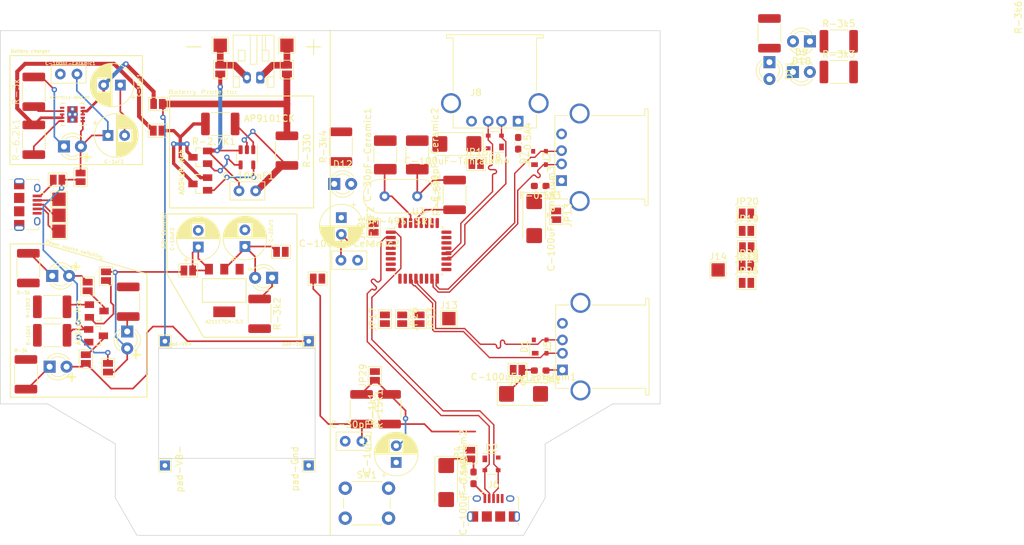
<source format=kicad_pcb>
(kicad_pcb (version 20211014) (generator pcbnew)
  (layers (0 "F.Cu" signal) (31 "B.Cu" signal) (34 "B.Paste" user) (35 "F.Paste" user) (36 "B.SilkS" user "B.Silkscreen") (37 "F.SilkS" user "F.Silkscreen") (38 "B.Mask" user) (39 "F.Mask" user) (44 "Edge.Cuts" user))
  (net 0 "")
  (net 1 "Net-(JP7-Pad2)")
  (net 2 "Net-(JP9-Pad1)")
  (net 3 "Net-(Q3-Pad1)")
  (net 4 "Net-(JP8-Pad1)")
  (net 5 "Net-(JP10-Pad1)")
  (net 6 "/5VC")
  (net 7 "Net-(Q1-Pad3)")
  (net 8 "Net-(Q2-Pad1)")
  (net 9 "GND")
  (net 10 "Net-(Q1-Pad1)")
  (net 11 "Net-(C-100nF-Ceramic2-Pad1)")
  (net 12 "Net-(C-1uF1-Pad2)")
  (net 15 "Net-(R1-Pad2)")
  (net 16 "Net-(JP6-Pad2)")
  (net 17 "Net-(R-6.2k1-Pad1)")
  (net 18 "/5VB")
  (net 19 "/VB+")
  (net 20 "Net-(BT1-Pad2)")
  (net 21 "Net-(J10-Pad1)")
  (net 22 "Net-(J11-Pad1)")
  (net 23 "Net-(J12-Pad1)")
  (net 24 "Net-(J13-Pad1)")
  (net 25 "Net-(J14-Pad1)")
  (net 26 "Net-(BT1-Pad1)")
  (net 27 "Net-(D5-Pad1)")
  (net 28 "Net-(D4-Pad1)")
  (net 29 "Net-(D3-Pad1)")
  (net 30 "Net-(D6-Pad1)")
  (net 31 "Net-(R-1.5k1-Pad1)")
  (net 32 "Net-(6M-49S-SR1-Pad1)")
  (net 33 "Net-(R-1k1-Pad1)")
  (net 34 "Net-(C-1uF3-Pad2)")
  (net 35 "Net-(C-100nF1-Pad2)")
  (net 36 "/3.3V")
  (net 37 "Net-(D11-Pad1)")
  (net 38 "Net-(D10-Pad1)")
  (net 39 "Net-(D12-Pad1)")
  (net 40 "Net-(D9-Pad1)")
  (net 41 "Net-(R-2.7K1-Pad1)")
  (net 42 "/5VM")
  (net 43 "Net-(C-100nF-Ceramic1-Pad1)")
  (net 44 "/RST")
  (net 47 "Net-(JP17-Pad2)")
  (net 48 "Net-(JP23-Pad1)")
  (net 49 "Net-(JP26-Pad1)")
  (net 50 "Net-(JP25-Pad1)")
  (net 51 "Net-(JP28-Pad1)")
  (net 52 "Net-(JP18-Pad2)")
  (net 53 "Net-(D9-Pad2)")
  (net 54 "Net-(D10-Pad2)")
  (net 55 "Net-(JP19-Pad2)")
  (net 56 "Net-(JP20-Pad2)")
  (net 57 "Net-(D11-Pad2)")
  (net 58 "Net-(6M-49S-SR1-Pad2)")
  (net 59 "Net-(JP21-Pad2)")
  (net 60 "Net-(D12-Pad2)")
  (net 61 "Net-(AZ1117CH-3.3-Pad2)")
  (net 62 "Net-(C-100uF-Tantalum4-Pad1)")
  (net 63 "Net-(J9-Pad1)")
  (net 64 "Net-(AZ1117CH-3.3-Pad3)")
  (net 65 "Net-(C-100uF-Tantalum1-Pad1)")
  (net 66 "Net-(C-100uF-Tantalum2-Pad1)")
  (net 67 "Net-(C-100uF-Tantalum3-Pad1)")
  (net 68 "Net-(F-0.5A2-Pad1)")
  (net 69 "Net-(F-0.5A1-Pad1)")
  (net 70 "Net-(F-0.5A3-Pad1)")
  (net 71 "Net-(F-0.5A4-Pad1)")
  (net 73 "Net-(D13-Pad1)")
  (net 75 "Net-(C-100nF1-Pad1)")
  (net 76 "/H+")
  (net 77 "/H-")
  (net 78 "/G1+")
  (net 79 "/G1-")
  (net 80 "/G2+")
  (net 81 "/G2-")
  (net 82 "/G3+")
  (net 83 "/G3-")
  (footprint "Capacitor_SMD:C_1812_4532Metric_Pad1.57x3.40mm_HandSolder" (layer "F.Cu") (at 127.75881 48.641189 90)
    (fp_text reference "C-30pF-Ceramic1")
    (fp_text value "C")
  )
  (footprint "Resistor_SMD:R_1812_4532Metric_Pad1.30x3.40mm_HandSolder" (layer "F.Cu") (at 195.8 36.2)
    (fp_text reference "R-3k3")
    (fp_text value "R")
  )
  (footprint "Capacitor_THT:CP_Radial_D6.3mm_P2.50mm" (layer "F.Cu") (at 106.7 62.38238 90)
    (fp_text reference "C-22uF1")
    (fp_text value "C" hide)
  )
  (footprint "3.3:DIODES_AZ1117CH-3.3TRG1_0" (layer "F.Cu") (at 103.6 68.98238 180)
    (fp_text reference "AZ1117CH-3.3")
    (fp_text value "AZ1117CH-3.3TRG1" hide)
  )
  (footprint "TestPoint:TestPoint_THTPad_1.5x1.5mm_Drill0.7mm" (layer "F.Cu") (at 94.7 76.6 90)
    (fp_text reference "J1" hide)
    (fp_text value "pad-VB+")
  )
  (footprint "Connector_USB:USB_A_Stewart_SS-52100-001_Horizontal" (layer "F.Cu") (at 154.21 52.5 90)
    (fp_text reference "J7")
    (fp_text value "USB-host")
  )
  (footprint "TestPoint:TestPoint_THTPad_1.5x1.5mm_Drill0.7mm" (layer "F.Cu") (at 94.7 95.24 90)
    (fp_text reference "J2" hide)
    (fp_text value "pad-VB-")
  )
  (footprint "Resistor_SMD:R_1812_4532Metric_Pad1.30x3.40mm_HandSolder" (layer "F.Cu") (at 73.84 81.56 90)
    (fp_text reference "R3" hide)
    (fp_text value "R-3k")
  )
  (footprint "Jumper:SolderJumper-2_P1.3mm_Open_Pad1.0x1.5mm" (layer "F.Cu") (at 82.04 52.01 -90)
    (fp_text reference "JP11" hide)
    (fp_text value "SolderJumper_2_Open" hide)
  )
  (footprint "TestPoint:TestPoint_Pad_2.0x2.0mm" (layer "F.Cu") (at 177.7 65.9)
    (fp_text reference "J14")
    (fp_text value "pad-VB-")
  )
  (footprint "Capacitor_Tantalum_SMD:CP_EIA-6032-28_Kemet-C_Pad2.25x2.35mm_HandSolder" (layer "F.Cu") (at 148.5 84.5)
    (fp_text reference "C-100uF-Tantalum1")
    (fp_text value "C")
  )
  (footprint "Resistor_SMD:R_1812_4532Metric_Pad1.30x3.40mm_HandSolder" (layer "F.Cu") (at 74.2 65.63 -90)
    (fp_text reference "R2" hide)
    (fp_text value "R-3k")
  )
  (footprint "TestPoint:TestPoint_Pad_2.0x2.0mm" (layer "F.Cu") (at 78.8 57.7)
    (fp_text reference "J10" hide)
    (fp_text value "pad" hide)
  )
  (footprint "Jumper:SolderJumper-2_P1.3mm_Open_Pad1.0x1.5mm" (layer "F.Cu") (at 127.7 73.3 90)
    (fp_text reference "JP17")
    (fp_text value "SolderJumper_2_Open")
  )
  (footprint "Resistor_SMD:R_1812_4532Metric_Pad1.30x3.40mm_HandSolder" (layer "F.Cu") (at 128.4 86.8 90)
    (fp_text reference "R-1k1")
    (fp_text value "R")
  )
  (footprint "Jumper:SolderJumper-2_P1.3mm_Open_Pad1.0x1.5mm" (layer "F.Cu") (at 85.86 66.84 90)
    (fp_text reference "JP9" hide)
    (fp_text value "SolderJumper_2_Open" hide)
  )
  (footprint "Resistor_SMD:R_1812_4532Metric_Pad1.30x3.40mm_HandSolder" (layer "F.Cu") (at 138.15881 54.641189 90)
    (fp_text reference "R-1.5k1")
    (fp_text value "R")
  )
  (footprint "Package_TO_SOT_SMD:SOT-143" (layer "F.Cu") (at 143.7 95)
    (fp_text reference "D2")
    (fp_text value "D1213A-02SR")
  )
  (footprint "Jumper:SolderJumper-2_P1.3mm_Open_Pad1.0x1.5mm" (layer "F.Cu") (at 130.3 73.3 -90)
    (fp_text reference "JP26")
    (fp_text value "SolderJumper_2_Open")
  )
  (footprint "Capacitor_THT:CP_Radial_D6.3mm_P2.50mm" (layer "F.Cu") (at 99.7 62.46476 90)
    (fp_text reference "C-10uF2")
    (fp_text value "C" hide)
  )
  (footprint "TestPoint:TestPoint_Pad_2.0x2.0mm" (layer "F.Cu") (at 78.8 55.3)
    (fp_text reference "J11" hide)
    (fp_text value "pad" hide)
  )
  (footprint "Capacitor_Tantalum_SMD:CP_EIA-6032-28_Kemet-C_Pad2.25x2.35mm_HandSolder" (layer "F.Cu") (at 150.1 58.2 -90)
    (fp_text reference "C-100uF-Tantalum3")
    (fp_text value "C")
  )
  (footprint "Package_TO_SOT_SMD:SOT-143" (layer "F.Cu") (at 151 77.4 90)
    (fp_text reference "D1")
    (fp_text value "D1213A-02SR")
  )
  (footprint "Capacitor_Tantalum_SMD:CP_EIA-6032-28_Kemet-C_Pad2.25x2.35mm_HandSolder" (layer "F.Cu") (at 138.5 47 180)
    (fp_text reference "C-100uF-Tantalum4")
    (fp_text value "C")
  )
  (footprint "Resistor_SMD:R_1812_4532Metric_Pad1.30x3.40mm_HandSolder" (layer "F.Cu") (at 77.78 71.43 180)
    (fp_text reference "R-10K2")
    (fp_text value "R" hide)
  )
  (footprint "Crystal:Crystal_HC18-U_Vertical" (layer "F.Cu") (at 132.55881 54.841189 180)
    (fp_text reference "6M-49S-SR1")
    (fp_text value "Crystal")
  )
  (footprint "Jumper:SolderJumper-2_P1.3mm_Open_Pad1.0x1.5mm" (layer "F.Cu") (at 117.6 67.2 180)
    (fp_text reference "JP22" hide)
    (fp_text value "SolderJumper_2_Open" hide)
  )
  (footprint "Jumper:SolderJumper-2_P1.3mm_Open_Pad1.0x1.5mm" (layer "F.Cu") (at 126.2 81.8 90)
    (fp_text reference "JP29")
    (fp_text value "SolderJumper_2_Open")
  )
  (footprint "Package_TO_SOT_SMD:SOT-143" (layer "F.Cu") (at 150.9 49.1 90)
    (fp_text reference "D7")
    (fp_text value "D1213A-02SR")
  )
  (footprint "TestPoint:TestPoint_Pad_2.0x2.0mm" (layer "F.Cu") (at 103 32.19)
    (fp_text reference "J16" hide)
    (fp_text value "pad" hide)
  )
  (footprint "TestPoint:TestPoint_THTPad_1.5x1.5mm_Drill0.7mm" (layer "F.Cu") (at 116.27 95.24 90)
    (fp_text reference "J4" hide)
    (fp_text value "pad-Gnd")
  )
  (footprint "LED_THT:LED_D3.0mm_Clear" (layer "F.Cu") (at 77.785 66.8)
    (fp_text reference "D3" hide)
    (fp_text value "LED" hide)
  )
  (footprint "Jumper:SolderJumper-2_P1.3mm_Open_Pad1.0x1.5mm" (layer "F.Cu") (at 93.6 45 180)
    (fp_text reference "JP6" hide)
    (fp_text value "SolderJumper_2_Open" hide)
  )
  (footprint "Button_Switch_THT:SW_PUSH_6mm" (layer "F.Cu") (at 121.75 98.65)
    (fp_text reference "SW1")
    (fp_text value "RESET-Btn")
  )
  (footprint "Resistor_SMD:R_1812_4532Metric_Pad1.30x3.40mm_HandSolder" (layer "F.Cu") (at 108.9 72.48238 -90)
    (fp_text reference "R-3k2")
    (fp_text value "R" hide)
  )
  (footprint "Package_TO_SOT_SMD:SOT-143" (layer "F.Cu") (at 144.2 46.7 180)
    (fp_text reference "D8")
    (fp_text value "D1213A-02SR")
  )
  (footprint "TestPoint:TestPoint_THTPad_1.5x1.5mm_Drill0.7mm" (layer "F.Cu") (at 116.28 76.6 90)
    (fp_text reference "J3" hide)
    (fp_text value "pad-5VB")
  )
  (footprint "mosfet:SOT-23" (layer "F.Cu") (at 100 49 90)
    (fp_text reference "Q1" hide)
    (fp_text value "AO3418-Nch" hide)
  )
  (footprint "Jumper:SolderJumper-2_P1.3mm_Open_Pad1.0x1.5mm" (layer "F.Cu") (at 181.95881 60.041189)
    (fp_text reference "JP19")
    (fp_text value "SolderJumper_2_Open")
  )
  (footprint "TestPoint:TestPoint_Pad_2.0x2.0mm" (layer "F.Cu") (at 137.3 73.2)
    (fp_text reference "J13")
    (fp_text value "pad-VB-")
  )
  (footprint "Jumper:SolderJumper-2_P1.3mm_Open_Pad1.0x1.5mm" (layer "F.Cu") (at 141.4 50)
    (fp_text reference "JP15")
    (fp_text value "SolderJumper_2_Open")
  )
  (footprint "LED_THT:LED_D3.0mm_Clear" (layer "F.Cu") (at 191.475 31.6 180)
    (fp_text reference "D10")
    (fp_text value "LED")
  )
  (footprint "Resistor_SMD:R_1812_4532Metric_Pad1.30x3.40mm_HandSolder" (layer "F.Cu") (at 77.78 75.71 180)
    (fp_text reference "R-10K1")
    (fp_text value "R" hide)
  )
  (footprint "eec:Microchip-MCP73113-06SI_MF-Manufacturer_Recommended" (layer "F.Cu") (at 80.822379 42.57 180)
    (fp_text reference "U2" hide)
    (fp_text value "MCP73113-06SI_MF")
  )
  (footprint "Jumper:SolderJumper-2_P1.3mm_Open_Pad1.0x1.5mm" (layer "F.Cu") (at 181.95881 67.841189)
    (fp_text reference "JP25")
    (fp_text value "SolderJumper_2_Open")
  )
  (footprint "Jumper:SolderJumper-2_P1.3mm_Open_Pad1.0x1.5mm" (layer "F.Cu") (at 83.1 68.38 -90)
    (fp_text reference "JP7" hide)
    (fp_text value "SolderJumper_2_Open" hide)
  )
  (footprint "Jumper:SolderJumper-2_P1.3mm_Open_Pad1.0x1.5mm" (layer "F.Cu") (at 86.15 80.57 -90)
    (fp_text reference "JP10" hide)
    (fp_text value "SolderJumper_2_Open" hide)
  )
  (footprint "LED_THT:LED_D3.0mm_Clear" (layer "F.Cu") (at 185.4 34.725 -90)
    (fp_text reference "D11")
    (fp_text value "LED")
  )
  (footprint "Resistor_SMD:R_1812_4532Metric_Pad1.30x3.40mm_HandSolder" (layer "F.Cu") (at 185.4 30.4 90)
    (fp_text reference "R-3k6")
    (fp_text value "R")
  )
  (footprint "LED_THT:LED_D3.0mm_Clear" (layer "F.Cu") (at 89.04 75.135 -90)
    (fp_text reference "D5" hide)
    (fp_text value "LED" hide)
  )
  (footprint "Resistor_SMD:R_1812_4532Metric_Pad1.30x3.40mm_HandSolder" (layer "F.Cu") (at 195.8 31.6)
    (fp_text reference "R-3k5")
    (fp_text value "R")
  )
  (footprint "Resistor_SMD:R_1812_4532Metric_Pad1.30x3.40mm_HandSolder" (layer "F.Cu") (at 103 44 180)
    (fp_text reference "R-2.7K1")
    (fp_text value "R" hide)
  )
  (footprint "Capacitor_THT:CP_Radial_D6.3mm_P2.50mm" (layer "F.Cu") (at 88.004759 38.17 180)
    (fp_text reference "C-1uF1")
    (fp_text value "C" hide)
  )
  (footprint "Jumper:SolderJumper-2_P1.3mm_Open_Pad1.0x1.5mm" (layer "F.Cu") (at 147.6 80.9 180)
    (fp_text reference "JP5")
    (fp_text value "SolderJumper_2_Open")
  )
  (footprint "TestPoint:TestPoint_Pad_2.0x2.0mm" (layer "F.Cu") (at 78.8 60.1)
    (fp_text reference "J12" hide)
    (fp_text value "pad" hide)
  )
  (footprint "TestPoint:TestPoint_Pad_2.0x2.0mm" (layer "F.Cu") (at 113 32.19)
    (fp_text reference "J15" hide)
    (fp_text value "pad" hide)
  )
  (footprint "Connector_USB:USB_Micro-B_Amphenol_10118194_Horizontal" (layer "F.Cu") (at 74.13 56.1 -90)
    (fp_text reference "J9" hide)
    (fp_text value "USB_B_Micro_charger" hide)
  )
  (footprint "Jumper:SolderJumper-2_P1.3mm_Open_Pad1.0x1.5mm" (layer "F.Cu") (at 181.95881 57.441189)
    (fp_text reference "JP20")
    (fp_text value "SolderJumper_2_Open")
  )
  (footprint "Jumper:SolderJumper-2_P1.3mm_Open_Pad1.0x1.5mm" (layer "F.Cu") (at 112.1 63.18238)
    (fp_text reference "JP16" hide)
    (fp_text value "SolderJumper_2_Open" hide)
  )
  (footprint "Connector_USB:USB_A_Stewart_SS-52100-001_Horizontal" (layer "F.Cu") (at 154.34 80.91 90)
    (fp_text reference "J5")
    (fp_text value "USB-host")
  )
  (footprint "Jumper:SolderJumper-2_P1.3mm_Open_Pad1.0x1.5mm" (layer "F.Cu") (at 132.9 73.3 -90)
    (fp_text reference "JP23")
    (fp_text value "SolderJumper_2_Open")
  )
  (footprint "Capacitor_SMD:C_1812_4532Metric_Pad1.57x3.40mm_HandSolder" (layer "F.Cu") (at 132.55881 48.641189 -90)
    (fp_text reference "C-30pF-Ceramic2")
    (fp_text value "C")
  )
  (footprint "mosfet:SOT-23" (layer "F.Cu") (at 84.36 75.78 -90)
    (fp_text reference "Q4" hide)
    (fp_text value "AO3415-Pch")
  )
  (footprint "mosfet:SOT-23" (layer "F.Cu") (at 84.46 72.06 -90)
    (fp_text reference "Q3" hide)
    (fp_text value "AO3415-Pch" hide)
  )
  (footprint "Jumper:SolderJumper-2_P1.3mm_Open_Pad1.0x1.5mm" (layer "F.Cu") (at 113 35.84 -90)
    (fp_text reference "JP1" hide)
    (fp_text value "SolderJumper_2_Open" hide)
  )
  (footprint "Resistor_SMD:R_1812_4532Metric_Pad1.30x3.40mm_HandSolder" (layer "F.Cu") (at 75.022379 39.17 -90)
    (fp_text reference "R1" hide)
    (fp_text value "R-3k")
  )
  (footprint "Jumper:SolderJumper-2_P1.3mm_Open_Pad1.0x1.5mm" (layer "F.Cu") (at 98.2 65.98238)
    (fp_text reference "JP12" hide)
    (fp_text value "SolderJumper_2_Open" hide)
  )
  (footprint "Resistor_SMD:R_1812_4532Metric_Pad1.30x3.40mm_HandSolder" (layer "F.Cu") (at 89.19 70.67 90)
    (fp_text reference "R-3k1" hide)
    (fp_text value "R" hide)
  )
  (footprint "LED_THT:LED_D3.0mm_Clear" (layer "F.Cu") (at 120.1 53)
    (fp_text reference "D12")
    (fp_text value "LED")
  )
  (footprint "Capacitor_THT:CP_Radial_D6.3mm_P2.50mm" (layer "F.Cu") (at 86.15 45.72)
    (fp_text reference "C-10uF1")
    (fp_text value "C_Polarized" hide)
  )
  (footprint "Fuse:Fuse_0603_1608Metric_Pad1.05x0.95mm_HandSolder" (layer "F.Cu") (at 147.7 46.9 -90)
    (fp_text reference "F-0.5A4")
    (fp_text value "Fuse")
  )
  (footprint "Jumper:SolderJumper-2_P1.3mm_Open_Pad1.0x1.5mm" (layer "F.Cu") (at 93.65 41 180)
    (fp_text reference "JP3" hide)
    (fp_text value "SolderJumper_2_Open" hide)
  )
  (footprint "LED_THT:LED_D3.0mm_Clear" (layer "F.Cu") (at 79.547379 47.37)
    (fp_text reference "D6" hide)
    (fp_text value "LED" hide)
  )
  (footprint "Resistor_SMD:R_1812_4532Metric_Pad1.30x3.40mm_HandSolder" (layer "F.Cu") (at 121.1 47.4 90)
    (fp_text reference "R-3k4")
    (fp_text value "R")
  )
  (footprint "Resistor_SMD:R_1812_4532Metric_Pad1.30x3.40mm_HandSolder" (layer "F.Cu") (at 124.2 86.8 -90)
    (fp_text reference "R-15k1")
    (fp_text value "R")
  )
  (footprint "Resistor_SMD:R_1812_4532Metric_Pad1.30x3.40mm_HandSolder" (layer "F.Cu") (at 113 48 -90)
    (fp_text reference "R-330")
    (fp_text value "R" hide)
  )
  (footprint "Package_QFP:LQFP-32_7x7mm_P0.8mm" (layer "F.Cu") (at 132.75881 63.041189)
    (fp_text reference "U3")
    (fp_text value "TUSB2036")
  )
  (footprint "Jumper:SolderJumper-2_P1.3mm_Open_Pad1.0x1.5mm" (layer "F.Cu") (at 103 35.84 -90)
    (fp_text reference "JP2" hide)
    (fp_text value "SolderJumper_2_Open" hide)
  )
  (footprint "Capacitor_THT:C_Disc_D5.0mm_W2.5mm_P2.50mm" (layer "F.Cu") (at 81.5 36.51 180)
    (fp_text reference "C-100nF-Ceramic1")
    (fp_text value "C" hide)
  )
  (footprint "Fuse:Fuse_0603_1608Metric_Pad1.05x0.95mm_HandSolder" (layer "F.Cu") (at 151 53.3 180)
    (fp_text reference "F-0.5A3")
    (fp_text value "Fuse")
  )
  (footprint "LED_THT:LED_D3.0mm_Clear" (layer "F.Cu") (at 188.925 36.2)
    (fp_text reference "D9")
    (fp_text value "LED")
  )
  (footprint "Capacitor_THT:C_Disc_D5.0mm_W2.5mm_P2.50mm" (layer "F.Cu") (at 105.81 54.04)
    (fp_text reference "C-100nF1")
    (fp_text value "C" hide)
  )
  (footprint "Fuse:Fuse_0603_1608Metric_Pad1.05x0.95mm_HandSolder" (layer "F.Cu") (at 151 81 180)
    (fp_text reference "F-0.5A1")
    (fp_text value "Fuse")
  )
  (footprint "LED_THT:LED_D3.0mm_Clear" (layer "F.Cu") (at 110.775 67.08238 180)
    (fp_text reference "D13" hide)
    (fp_text value "LED" hide)
  )
  (footprint "Capacitor_THT:CP_Radial_D6.3mm_P2.50mm" (layer "F.Cu") (at 121.15881 58.05881 -90)
    (fp_text reference "C-1uF2")
    (fp_text value "C")
  )
  (footprint "Connector_USB:USB_Micro-B_Amphenol_10118194_Horizontal" (layer "F.Cu") (at 144 101.6)
    (fp_text reference "J6")
    (fp_text value "USB_B_Host")
  )
  (footprint "Fuse:Fuse_0603_1608Metric_Pad1.05x0.95mm_HandSolder" (layer "F.Cu") (at 141 97.1 90)
    (fp_text reference "F-0.5A2")
    (fp_text value "Fuse")
  )
  (footprint "Capacitor_Tantalum_SMD:CP_EIA-6032-28_Kemet-C_Pad2.25x2.35mm_HandSolder" (layer "F.Cu") (at 136.9 97.8 -90)
    (fp_text reference "C-100uF-Tantalum2")
    (fp_text value "C")
  )
  (footprint "Package_TO_SOT_SMD:SOT-23-5" (layer "F.Cu") (at 107 49 -90)
    (fp_text reference "U1" hide)
    (fp_text value "AP9101CK")
  )
  (footprint "Jumper:SolderJumper-2_P1.3mm_Open_Pad1.0x1.5mm" (layer "F.Cu") (at 82.83 79.27 -90)
    (fp_text reference "JP8" hide)
    (fp_text value "SolderJumper_2_Open" hide)
  )
  (footprint "Jumper:SolderJumper-2_P1.3mm_Open_Pad1.0x1.5mm" (layer "F.Cu") (at 182 62.5 180)
    (fp_text reference "JP18")
    (fp_text value "SolderJumper_2_Open")
  )
  (footprint "Connector_USB:USB_A_Stewart_SS-52100-001_Horizontal" (layer "F.Cu") (at 147.7 43.59 180)
    (fp_text reference "J8")
    (fp_text value "USB-host")
  )
  (footprint "Resistor_SMD:R_1812_4532Metric_Pad1.30x3.40mm_HandSolder" (layer "F.Cu") (at 75.022379 46.37 90)
    (fp_text reference "R-6.2k1")
    (fp_text value "R" hide)
  )
  (footprint "LED_THT:LED_D3.0mm_Clear" (layer "F.Cu") (at 77.395 80.42)
    (fp_text reference "D4" hide)
    (fp_text value "LED" hide)
  )
  (footprint "Jumper:SolderJumper-2_P1.3mm_Open_Pad1.0x1.5mm" (layer "F.Cu") (at 153.4 57.7 -90)
    (fp_text reference "JP13")
    (fp_text value "SolderJumper_2_Open")
  )
  (footprint "Connector_JST:JST_PH_S2B-PH-K_1x02_P2.00mm_Horizontal" (layer "F.Cu") (at 109 37.04 180)
    (fp_text reference "BT1" hide)
    (fp_text value "Battery" hide)
  )
  (footprint "Jumper:SolderJumper-2_P1.3mm_Open_Pad1.0x1.5mm" (layer "F.Cu") (at 78.59 52.36)
    (fp_text reference "JP14" hide)
    (fp_text value "SolderJumper_2_Open" hide)
  )
  (footprint "Capacitor_THT:C_Disc_D5.0mm_W2.5mm_P2.50mm" (layer "F.Cu") (at 121.10881 64.441189)
    (fp_text reference "C-100nF-Ceramic2")
    (fp_text value "C")
  )
  (footprint "Jumper:SolderJumper-2_P1.3mm_Open_Pad1.0x1.5mm" (layer "F.Cu") (at 181.95881 65.241189)
    (fp_text reference "JP28")
    (fp_text value "SolderJumper_2_Open")
  )
  (footprint "Capacitor_THT:CP_Radial_D6.3mm_P2.50mm" (layer "F.Cu") (at 129.4 94.782379 90)
    (fp_text reference "C-1uF3")
    (fp_text value "C")
  )
  (footprint "Capacitor_THT:C_Disc_D5.0mm_W2.5mm_P2.50mm" (layer "F.Cu") (at 121.75 91.6)
    (fp_text reference "C-30pF3")
    (fp_text value "C")
  )
  (footprint "mosfet:SOT-23" (layer "F.Cu") (at 100 53 90)
    (fp_text reference "Q2" hide)
    (fp_text value "AO3418-Nch")
  )
  (footprint "Jumper:SolderJumper-2_P1.3mm_Open_Pad1.0x1.5mm" (layer "F.Cu") (at 140.5 93.6 90)
    (fp_text reference "JP4")
    (fp_text value "SolderJumper_2_Open")
  )
  (footprint "Jumper:SolderJumper-2_P1.3mm_Open_Pad1.0x1.5mm" (layer "F.Cu") (at 126 59.6 90)
    (fp_text reference "JP21")
    (fp_text value "SolderJumper_2_Open")
  )
  (gr_line (start 76.5 62) (end 92 66.5) (layer "F.SilkS") (width 0.15))
  (gr_line (start 114.5 57.5) (end 114.5 76) (layer "F.SilkS") (width 0.15))
  (gr_rect (start 95.4 39.8) (end 117 56.6) (layer "F.SilkS") (width 0.15) (fill none))
  (gr_line (start 71.5 85) (end 71.5 62) (layer "F.SilkS") (width 0.15))
  (gr_line (start 92 85) (end 71.5 85) (layer "F.SilkS") (width 0.15))
  (gr_line (start 119.5 29.9) (end 119.5 105.7) (layer "F.SilkS") (width 0.15))
  (gr_line (start 100.5 76) (end 95 66.5) (layer "F.SilkS") (width 0.15))
  (gr_line (start 92 66.5) (end 92 85) (layer "F.SilkS") (width 0.15))
  (gr_line (start 71.5 62) (end 76.5 62) (layer "F.SilkS") (width 0.15))
  (gr_line (start 95 66.5) (end 95 57.5) (layer "F.SilkS") (width 0.15))
  (gr_line (start 114.5 76) (end 100.5 76) (layer "F.SilkS") (width 0.15))
  (gr_line (start 95 57.5) (end 114.5 57.5) (layer "F.SilkS") (width 0.15))
  (gr_rect (start 71.44 33.74) (end 91.32 50.09) (layer "F.SilkS") (width 0.15) (fill none))
  (gr_line (start 169 30) (end 169 86) (layer "Edge.Cuts") (width 0.1))
  (gr_line (start 70 30) (end 169 30) (layer "Edge.Cuts") (width 0.1))
  (gr_line (start 161.9 86) (end 151.75 92) (layer "Edge.Cuts") (width 0.1))
  (gr_line (start 90.49 105.72) (end 87.25 100.1) (layer "Edge.Cuts") (width 0.1))
  (gr_line (start 77.1 86) (end 70 86) (layer "Edge.Cuts") (width 0.1))
  (gr_line (start 151.75 100.1) (end 148.51 105.72) (layer "Edge.Cuts") (width 0.1))
  (gr_line (start 151.75 92) (end 151.75 100.1) (layer "Edge.Cuts") (width 0.1))
  (gr_rect (start 117.24 77.67) (end 93.74 94.17) (layer "Edge.Cuts") (width 0.1) (fill none))
  (gr_line (start 87.25 92) (end 77.1 86) (layer "Edge.Cuts") (width 0.1))
  (gr_line (start 70 86) (end 70 30) (layer "Edge.Cuts") (width 0.1))
  (gr_line (start 169 86) (end 161.9 86) (layer "Edge.Cuts") (width 0.1))
  (gr_line (start 87.25 100.1) (end 87.25 92) (layer "Edge.Cuts") (width 0.1))
  (gr_line (start 90.49 105.72) (end 148.51 105.72) (layer "Edge.Cuts") (width 0.1))
  (gr_text "+" (at 117 32.19) (layer "F.SilkS") (effects (font (size 3 3))))
  (gr_text "+" (at 81.3 65.3) (layer "F.SilkS") (effects (font (size 1.5 1.5) (thickness 0.3))))
  (gr_text "Power source switching" (at 81.1 62.8 -15.5) (layer "F.SilkS") (effects (font (size 0.5 0.5) (thickness 0.1))))
  (gr_text "-" (at 99 32.19) (layer "F.SilkS") (effects (font (size 3 3))))
  (gr_text "3.3V Converter" (at 94.5 60 90) (layer "F.SilkS") (effects (font (size 0.5 0.5) (thickness 0.1))))
  (gr_text "+" (at 90.4 78.5) (layer "F.SilkS") (effects (font (size 1.5 1.5) (thickness 0.3))))
  (gr_text "Baterry Protector" (at 100.4 39.2) (layer "F.SilkS") (effects (font (size 0.6 0.8) (thickness 0.1))))
  (gr_text "Battery charger" (at 74.49 33.07) (layer "F.SilkS") (effects (font (size 0.5 0.5) (thickness 0.1))))
  (gr_text "+" (at 82.93 48.9) (layer "F.SilkS") (effects (font (size 1.5 1.5) (thickness 0.3))))
  (gr_text "+" (at 80.7 81.9) (layer "F.SilkS") (effects (font (size 1.5 1.5) (thickness 0.3))))
  (segment (start 85.56 71.49) (end 85.56 72.06) (width 0.25) (layer "F.Cu") (net 1))
  (segment (start 83.1 69.03) (end 85.56 71.49) (width 0.25) (layer "F.Cu") (net 1))
  (segment (start 85.52 73.95) (end 84.3 73.95) (width 0.25) (layer "F.Cu") (net 2))
  (segment (start 86.97 71.17) (end 86.97 72.5) (width 0.25) (layer "F.Cu") (net 2))
  (segment (start 84.3 73.95) (end 83.36 73.01) (width 0.25) (layer "F.Cu") (net 2))
  (segment (start 86.585 68.215) (end 86.585 70.785) (width 0.25) (layer "F.Cu") (net 2))
  (segment (start 86.585 70.785) (end 86.97 71.17) (width 0.25) (layer "F.Cu") (net 2))
  (segment (start 86.97 72.5) (end 85.52 73.95) (width 0.25) (layer "F.Cu") (net 2))
  (segment (start 85.86 67.49) (end 86.585 68.215) (width 0.25) (layer "F.Cu") (net 2))
  (segment (start 80.325 71.11) (end 80.005 71.43) (width 0.25) (layer "F.Cu") (net 3))
  (segment (start 83.36 71.11) (end 80.325 71.11) (width 0.25) (layer "F.Cu") (net 3))
  (segment (start 83.08 78.62) (end 85.46 76.24) (width 0.25) (layer "F.Cu") (net 4))
  (segment (start 85.46 76.24) (end 85.46 75.78) (width 0.25) (layer "F.Cu") (net 4))
  (segment (start 82.83 78.62) (end 83.08 78.62) (width 0.25) (layer "F.Cu") (net 4))
  (segment (start 83.26 76.73) (end 82.52 76.73) (width 0.25) (layer "F.Cu") (net 5))
  (segment (start 86.13 79.9) (end 86.15 79.92) (width 0.25) (layer "F.Cu") (net 5))
  (segment (start 82.52 76.73) (end 81.8 76.01) (width 0.25) (layer "F.Cu") (net 5))
  (segment (start 86.13 78.31) (end 86.13 79.9) (width 0.25) (layer "F.Cu") (net 5))
  (via (at 81.8 76.01) (size 0.8) (drill 0.4) (layers "F.Cu" "B.Cu") (net 5))
  (via (at 86.13 78.31) (size 0.8) (drill 0.4) (layers "F.Cu" "B.Cu") (net 5))
  (segment (start 84.1 78.31) (end 86.13 78.31) (width 0.25) (layer "B.Cu") (net 5))
  (segment (start 81.8 76.01) (end 84.1 78.31) (width 0.25) (layer "B.Cu") (net 5))
  (segment (start 81.74 52.36) (end 82.04 52.66) (width 0.25) (layer "F.Cu") (net 6))
  (segment (start 83.26 74.83) (end 82.65 74.83) (width 0.25) (layer "F.Cu") (net 6))
  (segment (start 80.885 74.83) (end 80.005 75.71) (width 0.25) (layer "F.Cu") (net 6))
  (segment (start 79.2 52.4) (end 79.24 52.36) (width 0.25) (layer "F.Cu") (net 6))
  (segment (start 79.2 53.61) (end 79.2 52.4) (width 0.25) (layer "F.Cu") (net 6))
  (segment (start 82.65 74.83) (end 81.69 73.87) (width 0.25) (layer "F.Cu") (net 6))
  (segment (start 80.325 66.8) (end 82.17 66.8) (width 0.25) (layer "F.Cu") (net 6))
  (segment (start 79.24 52.36) (end 81.74 52.36) (width 0.25) (layer "F.Cu") (net 6))
  (segment (start 83.26 74.83) (end 80.885 74.83) (width 0.25) (layer "F.Cu") (net 6))
  (segment (start 82.17 66.8) (end 83.1 67.73) (width 0.25) (layer "F.Cu") (net 6))
  (via (at 81.69 73.87) (size 0.8) (drill 0.4) (layers "F.Cu" "B.Cu") (net 6))
  (via (at 79.2 53.61) (size 0.8) (drill 0.4) (layers "F.Cu" "B.Cu") (net 6))
  (segment (start 81.53 73.71) (end 81.53 68.005) (width 0.25) (layer "B.Cu") (net 6))
  (segment (start 81.53 68.005) (end 80.325 66.8) (width 0.25) (layer "B.Cu") (net 6))
  (segment (start 81.69 73.87) (end 81.53 73.71) (width 0.25) (layer "B.Cu") (net 6))
  (segment (start 76.45 56.36) (end 79.2 53.61) (width 0.25) (layer "B.Cu") (net 6))
  (segment (start 76.45 62.925) (end 76.45 56.36) (width 0.25) (layer "B.Cu") (net 6))
  (segment (start 80.325 66.8) (end 76.45 62.925) (width 0.25) (layer "B.Cu") (net 6))
  (segment (start 98.9 52.83) (end 98.9 53) (width 0.25) (layer "F.Cu") (net 7))
  (segment (start 98 48.1) (end 98.9 49) (width 0.5) (layer "F.Cu") (net 7))
  (segment (start 96 47) (end 96 49.93) (width 0.5) (layer "F.Cu") (net 7))
  (segment (start 96 49.93) (end 98.9 52.83) (width 0.5) (layer "F.Cu") (net 7))
  (segment (start 98 47) (end 98 48.1) (width 0.5) (layer "F.Cu") (net 7))
  (via (at 96 47) (size 0.8) (drill 0.4) (layers "F.Cu" "B.Cu") (net 7))
  (via (at 98 47) (size 0.8) (drill 0.4) (layers "F.Cu" "B.Cu") (net 7))
  (segment (start 96 47) (end 98 47) (width 0.5) (layer "B.Cu") (net 7))
  (segment (start 108 50.1875) (end 107.95 50.1375) (width 0.25) (layer "F.Cu") (net 8))
  (segment (start 108 52) (end 108 50.1875) (width 0.25) (layer "F.Cu") (net 8))
  (segment (start 101.1 53.95) (end 102.05 53.95) (width 0.25) (layer "F.Cu") (net 8))
  (segment (start 102.05 53.95) (end 104 52) (width 0.25) (layer "F.Cu") (net 8))
  (via (at 108 52) (size 0.8) (drill 0.4) (layers "F.Cu" "B.Cu") (net 8))
  (via (at 104 52) (size 0.8) (drill 0.4) (layers "F.Cu" "B.Cu") (net 8))
  (segment (start 104 52) (end 108 52) (width 0.25) (layer "B.Cu") (net 8))
  (segment (start 96 45) (end 97 46) (width 0.5) (layer "F.Cu") (net 9))
  (segment (start 97 46) (end 99 44) (width 0.5) (layer "F.Cu") (net 9))
  (segment (start 88.004759 38.17) (end 88.004759 42.15238) (width 0.25) (layer "F.Cu") (net 9))
  (segment (start 99 44) (end 100.775 44) (width 0.5) (layer "F.Cu") (net 9))
  (segment (start 88.004759 42.15238) (end 88.65 42.797621) (width 0.25) (layer "F.Cu") (net 9))
  (segment (start 100.05 52.05) (end 97 49) (width 0.5) (layer "F.Cu") (net 9))
  (segment (start 94.25 45) (end 96 45) (width 0.5) (layer "F.Cu") (net 9))
  (segment (start 88.65 42.797621) (end 88.65 45.72) (width 0.25) (layer "F.Cu") (net 9))
  (segment (start 101.1 52.05) (end 100.05 52.05) (width 0.5) (layer "F.Cu") (net 9))
  (segment (start 97 49) (end 97 46) (width 0.5) (layer "F.Cu") (net 9))
  (via (at 80.822379 43.37) (size 0.8) (drill 0.4) (layers "F.Cu" "B.Cu") (net 9))
  (via (at 81.222379 42.57) (size 0.8) (drill 0.4) (layers "F.Cu" "B.Cu") (net 9))
  (via (at 80.822379 41.77) (size 0.8) (drill 0.4) (layers "F.Cu" "B.Cu") (net 9))
  (via (at 80.422379 42.57) (size 0.8) (drill 0.4) (layers "F.Cu" "B.Cu") (net 9))
  (segment (start 106.05 50.1375) (end 105.1375 50.1375) (width 0.25) (layer "F.Cu") (net 10))
  (segment (start 103 51) (end 102.15 51) (width 0.25) (layer "F.Cu") (net 10))
  (segment (start 102.15 51) (end 101.1 49.95) (width 0.25) (layer "F.Cu") (net 10))
  (segment (start 105.1375 50.1375) (end 104 49) (width 0.25) (layer "F.Cu") (net 10))
  (via (at 103 51) (size 0.8) (drill 0.4) (layers "F.Cu" "B.Cu") (net 10))
  (via (at 104 49) (size 0.8) (drill 0.4) (layers "F.Cu" "B.Cu") (net 10))
  (segment (start 104 50) (end 103 51) (width 0.25) (layer "B.Cu") (net 10))
  (segment (start 104 49) (end 104 50) (width 0.25) (layer "B.Cu") (net 10))
  (segment (start 121.10881 60.60881) (end 121.15881 60.55881) (width 0.25) (layer "F.Cu") (net 11))
  (segment (start 121.15881 60.55881) (end 122.441189 61.841189) (width 0.25) (layer "F.Cu") (net 11))
  (segment (start 121.10881 64.441189) (end 121.10881 60.60881) (width 0.25) (layer "F.Cu") (net 11))
  (segment (start 121.076431 60.641189) (end 121.15881 60.55881) (width 0.25) (layer "F.Cu") (net 11))
  (segment (start 93 41) (end 93 39.147621) (width 0.6) (layer "F.Cu") (net 12))
  (segment (start 85.504759 39.562617) (end 82.997378 42.069998) (width 0.4) (layer "F.Cu") (net 12))
  (segment (start 82.372378 42.069998) (end 82.372378 42.570001) (width 0.25) (layer "F.Cu") (net 12))
  (segment (start 82.997378 42.069998) (end 82.372378 42.069998) (width 0.4) (layer "F.Cu") (net 12))
  (segment (start 85.504759 38.17) (end 85.504759 39.562617) (width 0.4) (layer "F.Cu") (net 12))
  (segment (start 93 39.147621) (end 88.852379 35) (width 0.6) (layer "F.Cu") (net 12))
  (via (at 88.852379 35) (size 0.8) (drill 0.4) (layers "F.Cu" "B.Cu") (net 12))
  (segment (start 88.674759 35) (end 85.504759 38.17) (width 0.6) (layer "B.Cu") (net 12))
  (segment (start 88.852379 35) (end 88.674759 35) (width 0.25) (layer "B.Cu") (net 12))
  (segment (start 75.697377 42.069998) (end 79.27238 42.069998) (width 0.25) (layer "F.Cu") (net 15))
  (segment (start 75.022379 41.395) (end 75.697377 42.069998) (width 0.25) (layer "F.Cu") (net 15))
  (segment (start 72.532379 41.655) (end 75.022379 44.145) (width 0.6) (layer "F.Cu") (net 16))
  (segment (start 73.712379 34.97) (end 72.532379 36.15) (width 0.6) (layer "F.Cu") (net 16))
  (segment (start 92.95 45) (end 90.81 42.86) (width 0.6) (layer "F.Cu") (net 16))
  (segment (start 90.81 38.725241) (end 87.054759 34.97) (width 0.6) (layer "F.Cu") (net 16))
  (segment (start 79.27238 43.069999) (end 79.27238 42.570001) (width 0.25) (layer "F.Cu") (net 16))
  (segment (start 76.09738 43.069999) (end 79.27238 43.069999) (width 0.4) (layer "F.Cu") (net 16))
  (segment (start 87.054759 34.97) (end 73.712379 34.97) (width 0.6) (layer "F.Cu") (net 16))
  (segment (start 75.022379 44.145) (end 76.09738 43.069999) (width 0.4) (layer "F.Cu") (net 16))
  (segment (start 72.532379 36.15) (end 72.532379 41.655) (width 0.6) (layer "F.Cu") (net 16))
  (segment (start 90.81 42.86) (end 90.81 38.725241) (width 0.6) (layer "F.Cu") (net 16))
  (segment (start 78.822379 43.57) (end 79.27238 43.570001) (width 0.25) (layer "F.Cu") (net 17))
  (segment (start 75.022379 48.595) (end 75.022379 47.37) (width 0.25) (layer "F.Cu") (net 17))
  (segment (start 73.44 48.105241) (end 73.504759 48.17) (width 0.25) (layer "F.Cu") (net 17))
  (segment (start 75.022379 47.37) (end 78.822379 43.57) (width 0.25) (layer "F.Cu") (net 17))
  (segment (start 92.9 74.4) (end 92 75.3) (width 0.25) (layer "F.Cu") (net 18))
  (segment (start 89.9 83.7) (end 86.61 83.7) (width 0.25) (layer "F.Cu") (net 18))
  (segment (start 92 81.6) (end 89.9 83.7) (width 0.25) (layer "F.Cu") (net 18))
  (segment (start 86.61 83.7) (end 82.83 79.92) (width 0.25) (layer "F.Cu") (net 18))
  (segment (start 92 75.3) (end 92 81.6) (width 0.25) (layer "F.Cu") (net 18))
  (segment (start 116.28 76.6) (end 98.1 76.6) (width 0.25) (layer "F.Cu") (net 18))
  (segment (start 95.9 74.4) (end 92.9 74.4) (width 0.25) (layer "F.Cu") (net 18))
  (segment (start 82.33 80.42) (end 82.83 79.92) (width 0.25) (layer "F.Cu") (net 18))
  (segment (start 79.935 80.42) (end 82.33 80.42) (width 0.25) (layer "F.Cu") (net 18))
  (segment (start 98.1 76.6) (end 95.9 74.4) (width 0.25) (layer "F.Cu") (net 18))
  (segment (start 94.3 41) (end 112.99 41) (width 1) (layer "F.Cu") (net 19))
  (segment (start 94.4 43) (end 94.4 41.1) (width 0.25) (layer "F.Cu") (net 19))
  (segment (start 113 40.99) (end 113 45.775) (width 1) (layer "F.Cu") (net 19))
  (segment (start 113 36.49) (end 113 40.99) (width 1) (layer "F.Cu") (net 19))
  (segment (start 112.99 41) (end 113 40.99) (width 0.2) (layer "F.Cu") (net 19))
  (segment (start 94.4 41.1) (end 94.3 41) (width 0.25) (layer "F.Cu") (net 19))
  (via (at 94.4 43) (size 0.8) (drill 0.4) (layers "F.Cu" "B.Cu") (net 19))
  (segment (start 94.7 76.6) (end 94.7 43.3) (width 0.25) (layer "B.Cu") (net 19))
  (segment (start 94.7 43.3) (end 94.4 43) (width 0.25) (layer "B.Cu") (net 19))
  (segment (start 105.15 35.19) (end 107 37.04) (width 1) (layer "F.Cu") (net 20))
  (segment (start 103 32.19) (end 103 35.19) (width 1) (layer "F.Cu") (net 20))
  (segment (start 103 35.19) (end 105.15 35.19) (width 1) (layer "F.Cu") (net 20))
  (segment (start 75.53 56.1) (end 76.455 56.1) (width 0.25) (layer "F.Cu") (net 21))
  (segment (start 76.455 56.1) (end 78.055 57.7) (width 0.25) (layer "F.Cu") (net 21))
  (segment (start 78.055 57.7) (end 78.8 57.7) (width 0.25) (layer "F.Cu") (net 21))
  (segment (start 78.65 55.45) (end 78.8 55.3) (width 0.25) (layer "F.Cu") (net 22))
  (segment (start 75.53 55.45) (end 78.65 55.45) (width 0.25) (layer "F.Cu") (net 22))
  (segment (start 76.455 56.75) (end 77.2 57.495) (width 0.25) (layer "F.Cu") (net 23))
  (segment (start 78.1 60.1) (end 78.8 60.1) (width 0.25) (layer "F.Cu") (net 23))
  (segment (start 75.53 56.75) (end 76.455 56.75) (width 0.25) (layer "F.Cu") (net 23))
  (segment (start 77.2 59.2) (end 78.1 60.1) (width 0.25) (layer "F.Cu") (net 23))
  (segment (start 77.2 57.495) (end 77.2 59.2) (width 0.25) (layer "F.Cu") (net 23))
  (segment (start 110.85 35.19) (end 109 37.04) (width 1) (layer "F.Cu") (net 26))
  (segment (start 113 32.19) (end 113 35.19) (width 1) (layer "F.Cu") (net 26))
  (segment (start 113 35.19) (end 110.85 35.19) (width 1) (layer "F.Cu") (net 26))
  (segment (start 89.04 75.135) (end 89.04 73.045) (width 0.25) (layer "F.Cu") (net 27))
  (segment (start 89.04 73.045) (end 89.19 72.895) (width 0.25) (layer "F.Cu") (net 27))
  (segment (start 74.03 83.785) (end 77.395 80.42) (width 0.25) (layer "F.Cu") (net 28))
  (segment (start 73.84 83.785) (end 74.03 83.785) (width 0.25) (layer "F.Cu") (net 28))
  (segment (start 74.39 63.405) (end 77.785 66.8) (width 0.25) (layer "F.Cu") (net 29))
  (segment (start 74.2 63.405) (end 74.39 63.405) (width 0.25) (layer "F.Cu") (net 29))
  (segment (start 78.102379 38.85) (end 76.197379 36.945) (width 0.25) (layer "F.Cu") (net 30))
  (segment (start 76.197379 36.945) (end 75.022379 36.945) (width 0.25) (layer "F.Cu") (net 30))
  (via (at 78.102379 38.85) (size 0.8) (drill 0.4) (layers "F.Cu" "B.Cu") (net 30))
  (segment (start 79.547379 47.37) (end 78.102379 45.925) (width 0.25) (layer "B.Cu") (net 30))
  (segment (start 78.102379 45.1) (end 78.102379 38.85) (width 0.25) (layer "B.Cu") (net 30))
  (segment (start 78.102379 45.925) (end 78.102379 45.1) (width 0.25) (layer "B.Cu") (net 30))
  (segment (start 133.772414 56.866189) (end 132.35881 58.279793) (width 0.25) (layer "F.Cu") (net 31))
  (segment (start 132.35881 58.279793) (end 132.35881 58.866189) (width 0.25) (layer "F.Cu") (net 31))
  (segment (start 138.15881 56.866189) (end 133.772414 56.866189) (width 0.25) (layer "F.Cu") (net 31))
  (segment (start 134.98381 52.416189) (end 138.15881 52.416189) (width 0.25) (layer "F.Cu") (net 32))
  (segment (start 132.55881 51.178689) (end 132.35881 50.978689) (width 0.25) (layer "F.Cu") (net 32))
  (segment (start 132.55881 54.841189) (end 134.98381 52.416189) (width 0.25) (layer "F.Cu") (net 32))
  (segment (start 132.55881 54.841189) (end 132.55881 51.178689) (width 0.25) (layer "F.Cu") (net 32))
  (segment (start 133.625 89.025) (end 134.75 90.15) (width 0.25) (layer "F.Cu") (net 33))
  (segment (start 128.4 89.025) (end 133.625 89.025) (width 0.25) (layer "F.Cu") (net 33))
  (segment (start 134.75 90.15) (end 141.25 90.15) (width 0.25) (layer "F.Cu") (net 33))
  (segment (start 124.2 84.45) (end 126.2 82.45) (width 0.25) (layer "F.Cu") (net 34))
  (segment (start 126.2 82.45) (end 126.275 82.45) (width 0.25) (layer "F.Cu") (net 34))
  (segment (start 130.8 87) (end 130.8 88.2) (width 0.25) (layer "F.Cu") (net 34))
  (segment (start 126.275 82.45) (end 128.4 84.575) (width 0.25) (layer "F.Cu") (net 34))
  (segment (start 128.4 84.6) (end 130.8 87) (width 0.25) (layer "F.Cu") (net 34))
  (segment (start 124.2 84.575) (end 124.2 84.45) (width 0.25) (layer "F.Cu") (net 34))
  (segment (start 128.4 84.575) (end 128.4 84.6) (width 0.25) (layer "F.Cu") (net 34))
  (via (at 130.8 88.2) (size 0.8) (drill 0.4) (layers "F.Cu" "B.Cu") (net 34))
  (segment (start 130.8 91.2) (end 129.717621 92.282379) (width 0.25) (layer "B.Cu") (net 34))
  (segment (start 129.717621 92.282379) (end 129.4 92.282379) (width 0.25) (layer "B.Cu") (net 34))
  (segment (start 130.8 88.2) (end 130.8 91.2) (width 0.25) (layer "B.Cu") (net 34))
  (segment (start 113 50.5) (end 113 50.225) (width 0.25) (layer "F.Cu") (net 35))
  (segment (start 106.600201 46.399799) (end 107 46.799598) (width 0.25) (layer "F.Cu") (net 35))
  (segment (start 107 46.799598) (end 107 47.8625) (width 0.25) (layer "F.Cu") (net 35))
  (segment (start 112.275 50.225) (end 108.5 54) (width 1) (layer "F.Cu") (net 35))
  (segment (start 107.89 45.12) (end 107.895 45.12) (width 0.25) (layer "F.Cu") (net 35))
  (segment (start 107.895 45.12) (end 113 50.225) (width 0.25) (layer "F.Cu") (net 35))
  (segment (start 113 50.225) (end 112.275 50.225) (width 0.25) (layer "F.Cu") (net 35))
  (via (at 107.89 45.12) (size 0.8) (drill 0.4) (layers "F.Cu" "B.Cu") (net 35))
  (via (at 106.600201 46.399799) (size 0.8) (drill 0.4) (layers "F.Cu" "B.Cu") (net 35))
  (segment (start 107.88 45.12) (end 106.600201 46.399799) (width 0.25) (layer "B.Cu") (net 35))
  (segment (start 107.89 45.12) (end 107.88 45.12) (width 0.25) (layer "B.Cu") (net 35))
  (segment (start 124.2 89.025) (end 119.225 89.025) (width 0.25) (layer "F.Cu") (net 36))
  (segment (start 124.2 89.025) (end 124.25 89.075) (width 0.25) (layer "F.Cu") (net 36))
  (segment (start 124.25 89.075) (end 124.25 91.6) (width 0.25) (layer "F.Cu") (net 36))
  (segment (start 116.95 68.75) (end 116.95 67.2) (width 0.25) (layer "F.Cu") (net 36))
  (segment (start 119.225 89.025) (end 118 87.8) (width 0.25) (layer "F.Cu") (net 36))
  (segment (start 118 87.8) (end 118 69.8) (width 0.25) (layer "F.Cu") (net 36))
  (segment (start 118 69.8) (end 116.95 68.75) (width 0.25) (layer "F.Cu") (net 36))
  (segment (start 105.225 44) (end 107.95 46.725) (width 0.25) (layer "F.Cu") (net 41))
  (segment (start 107.95 46.725) (end 107.95 47.8625) (width 0.25) (layer "F.Cu") (net 41))
  (segment (start 87.15 81.22) (end 89.04 79.33) (width 0.25) (layer "F.Cu") (net 42))
  (segment (start 86.15 81.22) (end 87.15 81.22) (width 0.25) (layer "F.Cu") (net 42))
  (segment (start 87.22 66.27) (end 87.14 66.19) (width 0.25) (layer "F.Cu") (net 42))
  (segment (start 87.29 66.2) (end 97.33238 66.2) (width 0.25) (layer "F.Cu") (net 42))
  (segment (start 89.04 79.33) (end 89.04 77.675) (width 0.25) (layer "F.Cu") (net 42))
  (segment (start 87.14 66.19) (end 85.86 66.19) (width 0.25) (layer "F.Cu") (net 42))
  (segment (start 87.22 66.27) (end 87.29 66.2) (width 0.25) (layer "F.Cu") (net 42))
  (segment (start 86.16 81.21) (end 86.15 81.22) (width 0.25) (layer "F.Cu") (net 42))
  (segment (start 97.33238 66.2) (end 97.55 65.98238) (width 0.25) (layer "F.Cu") (net 42))
  (via (at 87.22 66.27) (size 0.8) (drill 0.4) (layers "F.Cu" "B.Cu") (net 42))
  (segment (start 87.31 66.36) (end 87.31 75.945) (width 0.25) (layer "B.Cu") (net 42))
  (segment (start 87.31 75.945) (end 89.04 77.675) (width 0.25) (layer "B.Cu") (net 42))
  (segment (start 87.22 66.27) (end 87.31 66.36) (width 0.25) (layer "B.Cu") (net 42))
  (segment (start 82.372378 43.570001) (end 82.372378 43.069999) (width 0.25) (layer "F.Cu") (net 43))
  (segment (start 82.04 51.36) (end 82.04 47.417379) (width 0.25) (layer "F.Cu") (net 43))
  (segment (start 82.372378 44.820001) (end 82.372378 43.570001) (width 0.25) (layer "F.Cu") (net 43))
  (segment (start 82.087379 47.37) (end 82.087379 45.105) (width 0.25) (layer "F.Cu") (net 43))
  (segment (start 82.087379 47.37) (end 83.737379 45.72) (width 0.25) (layer "F.Cu") (net 43))
  (segment (start 83.737379 45.72) (end 86.15 45.72) (width 0.25) (layer "F.Cu") (net 43))
  (segment (start 82.087379 45.105) (end 82.372378 44.820001) (width 0.25) (layer "F.Cu") (net 43))
  (segment (start 82.04 47.417379) (end 82.087379 47.37) (width 0.25) (layer "F.Cu") (net 43))
  (segment (start 81.472379 36.37) (end 81.472379 39.01) (width 0.25) (layer "B.Cu") (net 43))
  (segment (start 81.472379 39.01) (end 86.132379 43.67) (width 0.25) (layer "B.Cu") (net 43))
  (segment (start 86.132379 43.67) (end 86.132379 45.862379) (width 0.25) (layer "B.Cu") (net 43))
  (segment (start 131.55881 57.680529) (end 131.55881 58.866189) (width 0.25) (layer "F.Cu") (net 58))
  (segment (start 127.65881 50.878689) (end 127.75881 50.778689) (width 0.25) (layer "F.Cu") (net 58))
  (segment (start 127.65881 54.841189) (end 128.71947 54.841189) (width 0.25) (layer "F.Cu") (net 58))
  (segment (start 127.65881 54.841189) (end 127.65881 50.878689) (width 0.25) (layer "F.Cu") (net 58))
  (segment (start 128.71947 54.841189) (end 131.55881 57.680529) (width 0.25) (layer "F.Cu") (net 58))
  (segment (start 110.65 62.38238) (end 111.45 63.18238) (width 0.25) (layer "F.Cu") (net 61))
  (segment (start 108.235 63.91738) (end 108.235 67.08238) (width 0.25) (layer "F.Cu") (net 61))
  (segment (start 106.7 62.68238) (end 106.7 62.38238) (width 0.25) (layer "F.Cu") (net 61))
  (segment (start 103.6 65.78238) (end 106.7 62.68238) (width 0.25) (layer "F.Cu") (net 61))
  (segment (start 106.7 62.38238) (end 108.235 63.91738) (width 0.25) (layer "F.Cu") (net 61))
  (segment (start 106.7 62.38238) (end 110.65 62.38238) (width 0.25) (layer "F.Cu") (net 61))
  (segment (start 76.005 54.8) (end 77.94 52.865) (width 0.25) (layer "F.Cu") (net 63))
  (segment (start 77.94 52.865) (end 77.94 52.36) (width 0.25) (layer "F.Cu") (net 63))
  (segment (start 75.53 54.8) (end 76.005 54.8) (width 0.25) (layer "F.Cu") (net 63))
  (segment (start 101.1 65.98238) (end 101.3 65.78238) (width 0.25) (layer "F.Cu") (net 64))
  (segment (start 98.85 65.98238) (end 101.1 65.98238) (width 0.25) (layer "F.Cu") (net 64))
  (segment (start 99.7 62.46476) (end 99.7 64.18238) (width 0.25) (layer "F.Cu") (net 64))
  (segment (start 98.85 63.31476) (end 99.7 62.46476) (width 0.25) (layer "F.Cu") (net 64))
  (segment (start 98.85 65.98238) (end 98.85 63.31476) (width 0.25) (layer "F.Cu") (net 64))
  (segment (start 99.7 64.18238) (end 101.3 65.78238) (width 0.25) (layer "F.Cu") (net 64))
  (segment (start 148.25 82.2) (end 148.25 80.9) (width 0.25) (layer "F.Cu") (net 65))
  (segment (start 148.25 80.9) (end 150.025 80.9) (width 0.25) (layer "F.Cu") (net 65))
  (segment (start 145.95 84.5) (end 148.25 82.2) (width 0.25) (layer "F.Cu") (net 65))
  (segment (start 150.025 80.9) (end 150.125 81) (width 0.25) (layer "F.Cu") (net 65))
  (segment (start 140.5 94.25) (end 137.9 94.25) (width 0.25) (layer "F.Cu") (net 66))
  (segment (start 137.9 94.25) (end 136.9 95.25) (width 0.25) (layer "F.Cu") (net 66))
  (segment (start 141 94.75) (end 140.5 94.25) (width 0.25) (layer "F.Cu") (net 66))
  (segment (start 141 96.225) (end 141 94.75) (width 0.25) (layer "F.Cu") (net 66))
  (segment (start 141 97.975) (end 142.7 99.675) (width 0.25) (layer "F.Cu") (net 68))
  (segment (start 142.7 99.675) (end 142.7 100.2) (width 0.25) (layer "F.Cu") (net 68))
  (segment (start 151.965 80.91) (end 154.34 80.91) (width 0.25) (layer "F.Cu") (net 69))
  (segment (start 151.875 81) (end 151.965 80.91) (width 0.25) (layer "F.Cu") (net 69))
  (segment (start 110.775 68.38238) (end 110.775 67.08238) (width 0.25) (layer "F.Cu") (net 73))
  (segment (start 108.9 70.25738) (end 110.775 68.38238) (width 0.25) (layer "F.Cu") (net 73))
  (segment (start 101.1 47.9) (end 101.1 48.05) (width 0.25) (layer "F.Cu") (net 75))
  (segment (start 102.54 47.99) (end 101.16 47.99) (width 0.6) (layer "F.Cu") (net 75))
  (segment (start 105.8625 48.05) (end 106.05 47.8625) (width 0.25) (layer "F.Cu") (net 75))
  (segment (start 105.94 47.99) (end 106.05 47.88) (width 0.25) (layer "F.Cu") (net 75))
  (segment (start 102.54 47.99) (end 105.94 47.99) (width 0.25) (layer "F.Cu") (net 75))
  (segment (start 105.81 52.76) (end 105.81 54.04) (width 0.25) (layer "F.Cu") (net 75))
  (segment (start 101.16 47.99) (end 101.1 48.05) (width 0.25) (layer "F.Cu") (net 75))
  (segment (start 101.1 48.05) (end 105.81 52.76) (width 0.25) (layer "F.Cu") (net 75))
  (segment (start 106.05 47.88) (end 106.05 47.8625) (width 0.25) (layer "F.Cu") (net 75))
  (segment (start 103 36.49) (end 103 38.43) (width 0.6) (layer "F.Cu") (net 75))
  (via (at 103 38.43) (size 0.8) (drill 0.4) (layers "F.Cu" "B.Cu") (net 75))
  (via (at 102.54 47.99) (size 0.8) (drill 0.4) (layers "F.Cu" "B.Cu") (net 75))
  (segment (start 103 38.43) (end 103 47.53) (width 0.6) (layer "B.Cu") (net 75))
  (segment (start 103 47.53) (end 102.54 47.99) (width 0.6) (layer "B.Cu") (net 75))
  (segment (start 130.1 61) (end 130.1 65.67604) (width 0.2) (layer "F.Cu") (net 76))
  (segment (start 144.7 98.675) (end 144 99.375) (width 0.2) (layer "F.Cu") (net 76))
  (segment (start 144.05 95.05) (end 144.7 95.7) (width 0.2) (layer "F.Cu") (net 76))
  (segment (start 129.341189 60.241189) (end 130.1 61) (width 0.2) (layer "F.Cu") (net 76))
  (segment (start 128.58381 60.241189) (end 129.341189 60.241189) (width 0.2) (layer "F.Cu") (net 76))
  (segment (start 141.95 87.05) (end 144.05 89.15) (width 0.2) (layer "F.Cu") (net 76))
  (segment (start 144.7 95.7) (end 144.7 98.675) (width 0.2) (layer "F.Cu") (net 76))
  (segment (start 125.75 70) (end 125.75 76.35) (width 0.2) (layer "F.Cu") (net 76))
  (segment (start 125.77396 69.97604) (end 125.75 70) (width 0.2) (layer "F.Cu") (net 76))
  (segment (start 125.75 76.35) (end 136.45 87.05) (width 0.2) (layer "F.Cu") (net 76))
  (segment (start 130.1 65.67604) (end 125.8 69.97604) (width 0.2) (layer "F.Cu") (net 76))
  (segment (start 144.05 89.15) (end 144.05 95.05) (width 0.2) (layer "F.Cu") (net 76))
  (segment (start 125.8 69.97604) (end 125.77396 69.97604) (width 0.2) (layer "F.Cu") (net 76))
  (segment (start 136.45 87.05) (end 141.95 87.05) (width 0.2) (layer "F.Cu") (net 76))
  (segment (start 144 99.375) (end 144 100.2) (width 0.2) (layer "F.Cu") (net 76))
  (segment (start 143.35 89.35) (end 141.75 87.75) (width 0.2) (layer "F.Cu") (net 77))
  (segment (start 126.380932 68.428248) (end 126.380932 68.428247) (width 0.2) (layer "F.Cu") (net 77))
  (segment (start 125.05 76.65) (end 125.05 69.455024) (width 0.2) (layer "F.Cu") (net 77))
  (segment (start 142.7 95.7) (end 143.35 95.05) (width 0.2) (layer "F.Cu") (net 77))
  (segment (start 136.15 87.75) (end 125.05 76.65) (width 0.2) (layer "F.Cu") (net 77))
  (segment (start 142.7 98.725) (end 142.7 95.7) (width 0.2) (layer "F.Cu") (net 77))
  (segment (start 143.4 99.7385) (end 143.4 99.425) (width 0.2) (layer "F.Cu") (net 77))
  (segment (start 143.35 95.05) (end 143.35 89.35) (width 0.2) (layer "F.Cu") (net 77))
  (segment (start 126.235876 68.269148) (end 125.754943 67.788215) (width 0.2) (layer "F.Cu") (net 77))
  (segment (start 125.05 69.455024) (end 125.652512 68.852512) (width 0.2) (layer "F.Cu") (net 77))
  (segment (start 126.260824 68.852512) (end 126.260825 68.852512) (width 0.2) (layer "F.Cu") (net 77))
  (segment (start 127.758811 61.041189) (end 128.58381 61.041189) (width 0.2) (layer "F.Cu") (net 77))
  (segment (start 126.260825 68.852512) (end 126.380932 68.732404) (width 0.2) (layer "F.Cu") (net 77))
  (segment (start 126.179209 67.363951) (end 126.179209 67.36395) (width 0.2) (layer "F.Cu") (net 77))
  (segment (start 126.872275 67.632752) (end 126.935569 67.569455) (width 0.2) (layer "F.Cu") (net 77))
  (segment (start 126.179209 67.36395) (end 126.448011 67.632752) (width 0.2) (layer "F.Cu") (net 77))
  (segment (start 143.4 99.425) (end 142.7 98.725) (width 0.2) (layer "F.Cu") (net 77))
  (segment (start 127.1 67.405024) (end 127.1 61.7) (width 0.2) (layer "F.Cu") (net 77))
  (segment (start 127.1 61.7) (end 127.758811 61.041189) (width 0.2) (layer "F.Cu") (net 77))
  (segment (start 126.380932 68.428247) (end 126.228853 68.276168) (width 0.2) (layer "F.Cu") (net 77))
  (segment (start 141.75 87.75) (end 136.15 87.75) (width 0.2) (layer "F.Cu") (net 77))
  (segment (start 126.935569 67.569455) (end 127.1 67.405024) (width 0.2) (layer "F.Cu") (net 77))
  (segment (start 126.228853 68.276168) (end 126.235876 68.269148) (width 0.2) (layer "F.Cu") (net 77))
  (arc (start 126.380932 68.732404) (mid 126.443925 68.580326) (end 126.380932 68.428248) (width 0.2) (layer "F.Cu") (net 77))
  (arc (start 125.956668 68.852512) (mid 126.108746 68.915505) (end 126.260824 68.852512) (width 0.2) (layer "F.Cu") (net 77))
  (arc (start 125.652512 68.852512) (mid 125.80459 68.789519) (end 125.956668 68.852512) (width 0.2) (layer "F.Cu") (net 77))
  (arc (start 125.754943 67.363951) (mid 125.967077 67.276082) (end 126.179209 67.363951) (width 0.2) (layer "F.Cu") (net 77))
  (arc (start 126.448011 67.632752) (mid 126.660143 67.72062) (end 126.872275 67.632752) (width 0.2) (layer "F.Cu") (net 77))
  (arc (start 125.754943 67.788215) (mid 125.667075 67.576083) (end 125.754943 67.363951) (width 0.2) (layer "F.Cu") (net 77))
  (segment (start 145.95 77.05) (end 146.125833 77.05) (width 0.2) (layer "F.Cu") (net 78))
  (segment (start 135.30881 74.691189) (end 139.670207 74.691189) (width 0.2) (layer "F.Cu") (net 78))
  (segment (start 145.65 76.741283) (end 145.65 76.75) (width 0.2) (layer "F.Cu") (net 78))
  (segment (start 154.33 76.4) (end 154.34 76.41) (width 0.2) (layer "F.Cu") (net 78))
  (segment (start 151.3 76.4) (end 154.33 76.4) (width 0.2) (layer "F.Cu") (net 78))
  (segment (start 132.60881 67.629792) (end 132.60881 68.01723) (width 0.2) (layer "F.Cu") (net 78))
  (segment (start 145.05 77.35) (end 145.05 76.741283) (width 0.2) (layer "F.Cu") (net 78))
  (segment (start 135.30881 70.71723) (end 135.30881 74.691189) (width 0.2) (layer "F.Cu") (net 78))
  (segment (start 132.60881 68.01723) (end 135.30881 70.71723) (width 0.2) (layer "F.Cu") (net 78))
  (segment (start 142.029018 77.05) (end 144.15 77.05) (width 0.2) (layer "F.Cu") (net 78))
  (segment (start 139.670207 74.691189) (end 142.029018 77.05) (width 0.2) (layer "F.Cu") (net 78))
  (segment (start 145.05 77.358717) (end 145.05 77.35) (width 0.2) (layer "F.Cu") (net 78))
  (segment (start 146.125833 77.05) (end 150.65 77.05) (width 0.2) (layer "F.Cu") (net 78))
  (segment (start 132.35881 67.216189) (end 132.35881 67.379792) (width 0.2) (layer "F.Cu") (net 78))
  (segment (start 150.65 77.05) (end 151.3 76.4) (width 0.2) (layer "F.Cu") (net 78))
  (segment (start 132.35881 67.379792) (end 132.60881 67.629792) (width 0.2) (layer "F.Cu") (net 78))
  (segment (start 144.45 77.35) (end 144.45 77.358717) (width 0.2) (layer "F.Cu") (net 78))
  (arc (start 145.65 76.75) (mid 145.737868 76.962132) (end 145.95 77.05) (width 0.2) (layer "F.Cu") (net 78))
  (arc (start 144.45 77.358717) (mid 144.537868 77.570849) (end 144.75 77.658717) (width 0.2) (layer "F.Cu") (net 78))
  (arc (start 145.05 76.741283) (mid 145.137868 76.529151) (end 145.35 76.441283) (width 0.2) (layer "F.Cu") (net 78))
  (arc (start 145.35 76.441283) (mid 145.562132 76.529151) (end 145.65 76.741283) (width 0.2) (layer "F.Cu") (net 78))
  (arc (start 144.75 77.658717) (mid 144.962132 77.570849) (end 145.05 77.358717) (width 0.2) (layer "F.Cu") (net 78))
  (arc (start 144.15 77.05) (mid 144.362132 77.137868) (end 144.45 77.35) (width 0.2) (layer "F.Cu") (net 78))
  (segment (start 134.858829 70.903618) (end 134.858829 74.877577) (width 0.2) (layer "F.Cu") (net 79))
  (segment (start 151.7 78.4) (end 154.33 78.4) (width 0.2) (layer "F.Cu") (net 79))
  (segment (start 132.057769 68.266189) (end 132.2214 68.266189) (width 0.2) (layer "F.Cu") (net 79))
  (segment (start 143.392621 79.05) (end 151.05 79.05) (width 0.2) (layer "F.Cu") (net 79))
  (segment (start 131.55881 67.216189) (end 131.80881 67.466189) (width 0.2) (layer "F.Cu") (net 79))
  (segment (start 134.858829 74.877577) (end 135.122422 75.14117) (width 0.2) (layer "F.Cu") (net 79))
  (segment (start 139.483791 75.14117) (end 143.392621 79.05) (width 0.2) (layer "F.Cu") (net 79))
  (segment (start 135.122422 75.14117) (end 139.483791 75.14117) (width 0.2) (layer "F.Cu") (net 79))
  (segment (start 154.33 78.4) (end 154.34 78.41) (width 0.2) (layer "F.Cu") (net 79))
  (segment (start 131.80881 67.466189) (end 131.80881 68.01723) (width 0.2) (layer "F.Cu") (net 79))
  (segment (start 131.80881 68.01723) (end 132.057769 68.266189) (width 0.2) (layer "F.Cu") (net 79))
  (segment (start 151.05 79.05) (end 151.7 78.4) (width 0.2) (layer "F.Cu") (net 79))
  (segment (start 132.2214 68.266189) (end 134.858829 70.903618) (width 0.2) (layer "F.Cu") (net 79))
  (segment (start 149.6 49) (end 150.2 49) (width 0.2) (layer "F.Cu") (net 80))
  (segment (start 147.175 51.425) (end 149.6 49) (width 0.2) (layer "F.Cu") (net 80))
  (segment (start 137.2068 68.775) (end 147.175 58.8068) (width 0.2) (layer "F.Cu") (net 80))
  (segment (start 150.2 49) (end 151.1 48.1) (width 0.2) (layer "F.Cu") (net 80))
  (segment (start 154.11 48.1) (end 154.21 48) (width 0.2) (layer "F.Cu") (net 80))
  (segment (start 135.383811 68.265611) (end 135.8932 68.775) (width 0.2) (layer "F.Cu") (net 80))
  (segment (start 135.8932 68.775) (end 137.2068 68.775) (width 0.2) (layer "F.Cu") (net 80))
  (segment (start 151.1 48.1) (end 151.85 48.1) (width 0.2) (layer "F.Cu") (net 80))
  (segment (start 151.85 48.1) (end 154.11 48.1) (width 0.2) (layer "F.Cu") (net 80))
  (segment (start 147.175 58.8068) (end 147.175 51.425) (width 0.2) (layer "F.Cu") (net 80))
  (segment (start 135.55881 67.216189) (end 135.383811 67.391188) (width 0.2) (layer "F.Cu") (net 80))
  (segment (start 135.383811 67.391188) (end 135.383811 68.265611) (width 0.2) (layer "F.Cu") (net 80))
  (segment (start 154.11 50.1) (end 154.21 50) (width 0.2) (layer "F.Cu") (net 81))
  (segment (start 135.7068 69.225) (end 134.933809 68.452009) (width 0.2) (layer "F.Cu") (net 81))
  (segment (start 147.625 58.9932) (end 137.3932 69.225) (width 0.2) (layer "F.Cu") (net 81))
  (segment (start 137.3932 69.225) (end 135.7068 69.225) (width 0.2) (layer "F.Cu") (net 81))
  (segment (start 147.625 53.975) (end 147.625 58.9932) (width 0.2) (layer "F.Cu") (net 81))
  (segment (start 151.85 50.1) (end 154.11 50.1) (width 0.2) (layer "F.Cu") (net 81))
  (segment (start 149.851471 51.74853) (end 147.625 53.975) (width 0.2) (layer "F.Cu") (net 81))
  (segment (start 149.851472 51.748531) (end 149.851471 51.74853) (width 0.2) (layer "F.Cu") (net 81))
  (segment (start 150.4865 51.959295) (end 150.275736 51.748531) (width 0.2) (layer "F.Cu") (net 81))
  (segment (start 150.699999 51.324266) (end 150.910764 51.535031) (width 0.2) (layer "F.Cu") (net 81))
  (segment (start 151.85 50.1) (end 151.5 50.1) (width 0.2) (layer "F.Cu") (net 81))
  (segment (start 151.5 50.1) (end 150.7 50.9) (width 0.2) (layer "F.Cu") (net 81))
  (segment (start 134.933809 67.391188) (end 134.75881 67.216189) (width 0.2) (layer "F.Cu") (net 81))
  (segment (start 134.933809 68.452009) (end 134.933809 67.391188) (width 0.2) (layer "F.Cu") (net 81))
  (segment (start 150.7 51.324266) (end 150.699999 51.324266) (width 0.2) (layer "F.Cu") (net 81))
  (arc (start 150.275736 51.748531) (mid 150.063604 51.660663) (end 149.851472 51.748531) (width 0.2) (layer "F.Cu") (net 81))
  (arc (start 150.910764 51.535031) (mid 150.998632 51.747163) (end 150.910764 51.959295) (width 0.2) (layer "F.Cu") (net 81))
  (arc (start 150.7 50.9) (mid 150.612131 51.112134) (end 150.7 51.324266) (width 0.2) (layer "F.Cu") (net 81))
  (arc (start 150.910764 51.959295) (mid 150.698632 52.047163) (end 150.4865 51.959295) (width 0.2) (layer "F.Cu") (net 81))
  (segment (start 136.93381 63.441189) (end 136.93381 63.191189) (width 0.2) (layer "F.Cu") (net 82))
  (segment (start 143.85 54.15) (end 143.85 51.75) (width 0.2) (layer "F.Cu") (net 82))
  (segment (start 139.1 58.9) (end 143.85 54.15) (width 0.2) (layer "F.Cu") (net 82))
  (segment (start 137.734851 63.191189) (end 139.1 61.82604) (width 0.2) (layer "F.Cu") (net 82))
  (segment (start 144.15 51.45) (end 144.15025 51.45) (width 0.2) (layer "F.Cu") (net 82))
  (segment (start 144.15025 50.85) (end 144.15 50.85) (width 0.2) (layer "F.Cu") (net 82))
  (segment (start 143.85 47.05) (end 143.2 46.4) (width 0.2) (layer "F.Cu") (net 82))
  (segment (start 139.1 61.82604) (end 139.1 58.9) (width 0.2) (layer "F.Cu") (net 82))
  (segment (start 144.15 50.85) (end 143.54975 50.85) (width 0.2) (layer "F.Cu") (net 82))
  (segment (start 143.54975 50.25) (end 143.55 50.25) (width 0.2) (layer "F.Cu") (net 82))
  (segment (start 136.93381 63.191189) (end 137.734851 63.191189) (width 0.2) (layer "F.Cu") (net 82))
  (segment (start 143.85 49.95) (end 143.85 49.008934) (width 0.2) (layer "F.Cu") (net 82))
  (segment (start 143.2 46.4) (end 143.2 43.59) (width 0.2) (layer "F.Cu") (net 82))
  (segment (start 143.85 49.008934) (end 143.85 47.05) (width 0.2) (layer "F.Cu") (net 82))
  (arc (start 143.55 50.25) (mid 143.762132 50.162132) (end 143.85 49.95) (width 0.2) (layer "F.Cu") (net 82))
  (arc (start 143.24975 50.55) (mid 143.337618 50.337868) (end 143.54975 50.25) (width 0.2) (layer "F.Cu") (net 82))
  (arc (start 143.85 51.75) (mid 143.937868 51.537868) (end 144.15 51.45) (width 0.2) (layer "F.Cu") (net 82))
  (arc (start 144.15025 51.45) (mid 144.362382 51.362132) (end 144.45025 51.15) (width 0.2) (layer "F.Cu") (net 82))
  (arc (start 144.45025 51.15) (mid 144.362382 50.937868) (end 144.15025 50.85) (width 0.2) (layer "F.Cu") (net 82))
  (arc (start 143.54975 50.85) (mid 143.337618 50.762132) (end 143.24975 50.55) (width 0.2) (layer "F.Cu") (net 82))
  (segment (start 136.93381 64.241189) (end 137.18381 63.991189) (width 0.2) (layer "F.Cu") (net 83))
  (segment (start 139.7 59.1182) (end 145.85 52.9682) (width 0.2) (layer "F.Cu") (net 83))
  (segment (start 145.2 46) (end 145.2 43.59) (width 0.2) (layer "F.Cu") (net 83))
  (segment (start 145.85 46.65) (end 145.2 46) (width 0.2) (layer "F.Cu") (net 83))
  (segment (start 137.734851 63.991189) (end 139.7 62.02604) (width 0.2) (layer "F.Cu") (net 83))
  (segment (start 137.18381 63.991189) (end 137.734851 63.991189) (width 0.2) (layer "F.Cu") (net 83))
  (segment (start 145.85 52.9682) (end 145.85 46.65) (width 0.2) (layer "F.Cu") (net 83))
  (segment (start 139.7 62.02604) (end 139.7 59.1182) (width 0.2) (layer "F.Cu") (net 83))
)
</source>
